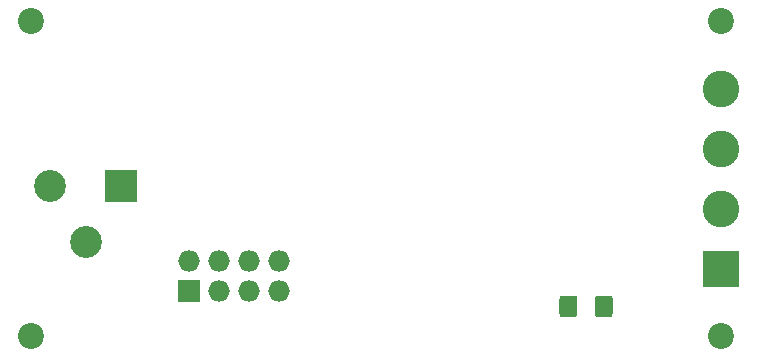
<source format=gbr>
%TF.GenerationSoftware,KiCad,Pcbnew,(5.1.6)-1*%
%TF.CreationDate,2020-10-21T10:45:24-05:00*%
%TF.ProjectId,esp-rgb-controller,6573702d-7267-4622-9d63-6f6e74726f6c,rev?*%
%TF.SameCoordinates,Original*%
%TF.FileFunction,Soldermask,Bot*%
%TF.FilePolarity,Negative*%
%FSLAX46Y46*%
G04 Gerber Fmt 4.6, Leading zero omitted, Abs format (unit mm)*
G04 Created by KiCad (PCBNEW (5.1.6)-1) date 2020-10-21 10:45:24*
%MOMM*%
%LPD*%
G01*
G04 APERTURE LIST*
%ADD10C,2.200000*%
%ADD11C,3.100000*%
%ADD12R,3.100000X3.100000*%
%ADD13R,2.700000X2.700000*%
%ADD14C,2.700000*%
%ADD15R,1.827200X1.827200*%
%ADD16O,1.827200X1.827200*%
G04 APERTURE END LIST*
D10*
%TO.C,REF\u002A\u002A*%
X128905000Y-119380000D03*
%TD*%
%TO.C,REF\u002A\u002A*%
X128905000Y-92710000D03*
%TD*%
%TO.C,REF\u002A\u002A*%
X187325000Y-92710000D03*
%TD*%
%TO.C,REF\u002A\u002A*%
X187325000Y-119380000D03*
%TD*%
D11*
%TO.C,J6*%
X187325000Y-108585000D03*
X187325000Y-103505000D03*
D12*
X187325000Y-113665000D03*
D11*
X187325000Y-98425000D03*
%TD*%
%TO.C,F1*%
G36*
G01*
X173645000Y-117497456D02*
X173645000Y-116182544D01*
G75*
G02*
X173912544Y-115915000I267544J0D01*
G01*
X174902456Y-115915000D01*
G75*
G02*
X175170000Y-116182544I0J-267544D01*
G01*
X175170000Y-117497456D01*
G75*
G02*
X174902456Y-117765000I-267544J0D01*
G01*
X173912544Y-117765000D01*
G75*
G02*
X173645000Y-117497456I0J267544D01*
G01*
G37*
G36*
G01*
X176620000Y-117497456D02*
X176620000Y-116182544D01*
G75*
G02*
X176887544Y-115915000I267544J0D01*
G01*
X177877456Y-115915000D01*
G75*
G02*
X178145000Y-116182544I0J-267544D01*
G01*
X178145000Y-117497456D01*
G75*
G02*
X177877456Y-117765000I-267544J0D01*
G01*
X176887544Y-117765000D01*
G75*
G02*
X176620000Y-117497456I0J267544D01*
G01*
G37*
%TD*%
D13*
%TO.C,J1*%
X136525000Y-106680000D03*
D14*
X130525000Y-106680000D03*
X133525000Y-111380000D03*
%TD*%
D15*
%TO.C,U3*%
X142240000Y-115570000D03*
D16*
X142240000Y-113030000D03*
X144780000Y-115570000D03*
X144780000Y-113030000D03*
X147320000Y-115570000D03*
X147320000Y-113030000D03*
X149860000Y-115570000D03*
X149860000Y-113030000D03*
%TD*%
M02*

</source>
